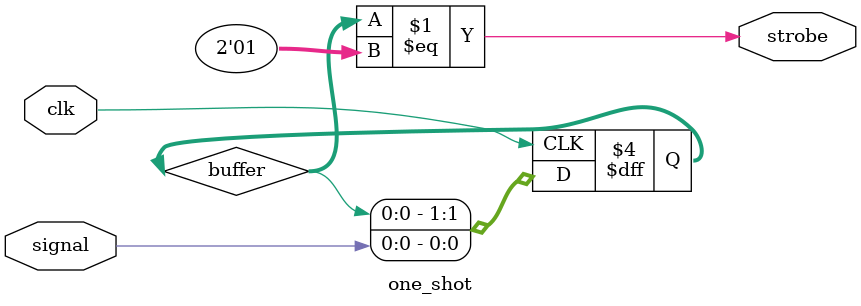
<source format=v>
`timescale 1ns / 1ps
module one_shot(
    input clk,
    input signal,
    output strobe
    );
  localparam DELAY = 1;
  reg [DELAY:0] buffer = {DELAY+1{1'b1}};
  assign strobe = buffer == {1'b0, {DELAY{1'b1}}};
  
  always @(posedge clk)
    buffer <= {buffer[DELAY-1:0], signal};
endmodule

</source>
